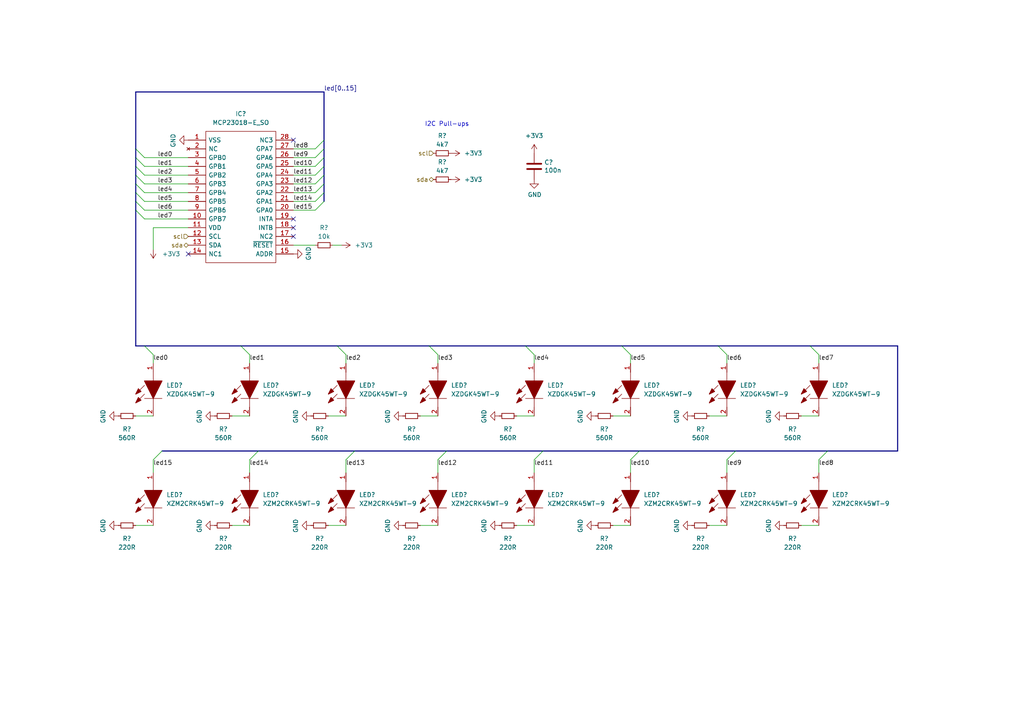
<source format=kicad_sch>
(kicad_sch (version 20211123) (generator eeschema)
  (paper "A4")
  (lib_symbols
    (symbol "Device:C" (pin_numbers hide) (pin_names (offset 0.254))
      (property "Reference" "C" (at 0.635 2.54 0))
      (property "Value" "C" (at 0.635 -2.54 0))
      (symbol "C_0_1"
        (polyline (pts (xy -2.032 -0.762) (xy 2.032 -0.762)) (stroke (width 0.508)))
        (polyline (pts (xy -2.032 0.762) (xy 2.032 0.762)) (stroke (width 0.508)))
      )
      (symbol "C_1_1"
        (pin passive line (at 0 3.81 270) (length 2.794) (name "~") (number "1"))
        (pin passive line (at 0 -3.81 90) (length 2.794) (name "~") (number "2"))
      )
    )
    (symbol "Device:R_Small" (pin_numbers hide) (pin_names (offset 0.254) hide)
      (property "Reference" "R" (at 0.762 0.508 0))
      (property "Value" "R_Small" (at 0.762 -1.016 0))
      (symbol "R_Small_0_1"
        (rectangle (start -0.762 1.778) (end 0.762 -1.778) (stroke (width 0.2032)))
      )
      (symbol "R_Small_1_1"
        (pin passive line (at 0 2.54 270) (length 0.762) (name "~") (number "1"))
        (pin passive line (at 0 -2.54 90) (length 0.762) (name "~") (number "2"))
      )
    )
    (symbol "MCP23018-E_SO:MCP23018-E_SO" (pin_names (offset 0.762))
      (property "Reference" "IC" (at 26.67 7.62 0))
      (property "Value" "MCP23018-E_SO" (at 26.67 5.08 0))
      (symbol "MCP23018-E_SO_0_0"
        (pin passive line (at 0 0 0) (length 5.08) (name "VSS") (number "1"))
        (pin passive line (at 0 -22.86 0) (length 5.08) (name "GPB7") (number "10"))
        (pin passive line (at 0 -25.4 0) (length 5.08) (name "VDD") (number "11"))
        (pin passive line (at 0 -27.94 0) (length 5.08) (name "SCL") (number "12"))
        (pin passive line (at 0 -30.48 0) (length 5.08) (name "SDA") (number "13"))
        (pin passive line (at 0 -33.02 0) (length 5.08) (name "NC1") (number "14"))
        (pin passive line (at 30.48 -33.02 180) (length 5.08) (name "ADDR") (number "15"))
        (pin passive line (at 30.48 -30.48 180) (length 5.08) (name "~{RESET}") (number "16"))
        (pin passive line (at 30.48 -27.94 180) (length 5.08) (name "NC2") (number "17"))
        (pin passive line (at 30.48 -25.4 180) (length 5.08) (name "INTB") (number "18"))
        (pin passive line (at 30.48 -22.86 180) (length 5.08) (name "INTA") (number "19"))
        (pin no_connect line (at 0 -2.54 0) (length 5.08) (name "NC") (number "2"))
        (pin passive line (at 30.48 -20.32 180) (length 5.08) (name "GPA0") (number "20"))
        (pin passive line (at 30.48 -17.78 180) (length 5.08) (name "GPA1") (number "21"))
        (pin passive line (at 30.48 -15.24 180) (length 5.08) (name "GPA2") (number "22"))
        (pin passive line (at 30.48 -12.7 180) (length 5.08) (name "GPA3") (number "23"))
        (pin passive line (at 30.48 -10.16 180) (length 5.08) (name "GPA4") (number "24"))
        (pin passive line (at 30.48 -7.62 180) (length 5.08) (name "GPA5") (number "25"))
        (pin passive line (at 30.48 -5.08 180) (length 5.08) (name "GPA6") (number "26"))
        (pin passive line (at 30.48 -2.54 180) (length 5.08) (name "GPA7") (number "27"))
        (pin passive line (at 30.48 0 180) (length 5.08) (name "NC3") (number "28"))
        (pin passive line (at 0 -5.08 0) (length 5.08) (name "GPB0") (number "3"))
        (pin passive line (at 0 -7.62 0) (length 5.08) (name "GPB1") (number "4"))
        (pin passive line (at 0 -10.16 0) (length 5.08) (name "GPB2") (number "5"))
        (pin passive line (at 0 -12.7 0) (length 5.08) (name "GPB3") (number "6"))
        (pin passive line (at 0 -15.24 0) (length 5.08) (name "GPB4") (number "7"))
        (pin passive line (at 0 -17.78 0) (length 5.08) (name "GPB5") (number "8"))
        (pin passive line (at 0 -20.32 0) (length 5.08) (name "GPB6") (number "9"))
      )
      (symbol "MCP23018-E_SO_0_1"
        (polyline (pts (xy 5.08 2.54) (xy 25.4 2.54) (xy 25.4 -35.56) (xy 5.08 -35.56) (xy 5.08 2.54)) (stroke (width 0.1524)))
      )
    )
    (symbol "XZMYK45WT-9:XZMYK45WT-9" (pin_names (offset 0.762))
      (property "Reference" "LED" (at 12.7 8.89 0))
      (property "Value" "XZMYK45WT-9" (at 12.7 6.35 0))
      (symbol "XZMYK45WT-9_0_0"
        (pin passive line (at 15.24 0 180) (length 2.54) (name "~") (number "1"))
        (pin passive line (at 0 0 0) (length 2.54) (name "~") (number "2"))
      )
      (symbol "XZMYK45WT-9_0_1"
        (polyline (pts (xy 2.54 0) (xy 5.08 0)) (stroke (width 0.1524)))
        (polyline (pts (xy 5.08 2.54) (xy 5.08 -2.54)) (stroke (width 0.1524)))
        (polyline (pts (xy 6.35 2.54) (xy 3.81 5.08)) (stroke (width 0.1524)))
        (polyline (pts (xy 8.89 2.54) (xy 6.35 5.08)) (stroke (width 0.1524)))
        (polyline (pts (xy 10.16 0) (xy 12.7 0)) (stroke (width 0.1524)))
        (polyline (pts (xy 5.08 0) (xy 10.16 2.54) (xy 10.16 -2.54) (xy 5.08 0)) (stroke (width 0.254)) (fill (type outline)))
        (polyline (pts (xy 5.334 4.318) (xy 4.572 3.556) (xy 3.81 5.08) (xy 5.334 4.318)) (stroke (width 0.254)) (fill (type outline)))
        (polyline (pts (xy 7.874 4.318) (xy 7.112 3.556) (xy 6.35 5.08) (xy 7.874 4.318)) (stroke (width 0.254)) (fill (type outline)))
      )
    )
    (symbol "power:+3V3" (power) (pin_names (offset 0))
      (property "Value" "+3V3" (at 0 3.556 0))
      (symbol "+3V3_0_1"
        (polyline (pts (xy -0.762 1.27) (xy 0 2.54)))
        (polyline (pts (xy 0 0) (xy 0 2.54)))
        (polyline (pts (xy 0 2.54) (xy 0.762 1.27)))
      )
      (symbol "+3V3_1_1"
        (pin power_in line (at 0 0 90) (length 0) hide (name "+3V3") (number "1"))
      )
    )
    (symbol "power:GND" (power) (pin_names (offset 0))
      (property "Value" "GND" (at 0 -3.81 0))
      (symbol "GND_0_1"
        (polyline (pts (xy 0 0) (xy 0 -1.27) (xy 1.27 -1.27) (xy 0 -2.54) (xy -1.27 -1.27) (xy 0 -1.27)))
      )
      (symbol "GND_1_1"
        (pin power_in line (at 0 0 270) (length 0) hide (name "GND") (number "1"))
      )
    )
  )
  (no_connect (at 85.09 40.64))
  (no_connect (at 54.61 73.66))
  (no_connect (at 85.09 68.58))
  (no_connect (at 85.09 63.5))
  (no_connect (at 85.09 66.04))
  (bus_entry (at 91.44 58.42) (size 2.54 -2.54))
  (bus_entry (at 91.44 55.88) (size 2.54 -2.54))
  (bus_entry (at 91.44 60.96) (size 2.54 -2.54))
  (bus_entry (at 91.44 53.34) (size 2.54 -2.54))
  (bus_entry (at 91.44 43.18) (size 2.54 -2.54))
  (bus_entry (at 91.44 50.8) (size 2.54 -2.54))
  (bus_entry (at 91.44 45.72) (size 2.54 -2.54))
  (bus_entry (at 91.44 48.26) (size 2.54 -2.54))
  (bus_entry (at 39.37 43.18) (size 2.54 2.54))
  (bus_entry (at 39.37 55.88) (size 2.54 2.54))
  (bus_entry (at 39.37 53.34) (size 2.54 2.54))
  (bus_entry (at 39.37 50.8) (size 2.54 2.54))
  (bus_entry (at 39.37 58.42) (size 2.54 2.54))
  (bus_entry (at 39.37 60.96) (size 2.54 2.54))
  (bus_entry (at 39.37 45.72) (size 2.54 2.54))
  (bus_entry (at 39.37 48.26) (size 2.54 2.54))
  (bus_entry (at 69.85 100.33) (size 2.54 2.54))
  (bus_entry (at 41.91 100.33) (size 2.54 2.54))
  (bus_entry (at 152.4 100.33) (size 2.54 2.54))
  (bus_entry (at 124.46 100.33) (size 2.54 2.54))
  (bus_entry (at 97.79 100.33) (size 2.54 2.54))
  (bus_entry (at 180.34 100.33) (size 2.54 2.54))
  (bus_entry (at 208.28 100.33) (size 2.54 2.54))
  (bus_entry (at 234.95 100.33) (size 2.54 2.54))
  (bus_entry (at 72.39 133.35) (size 2.54 -2.54))
  (bus_entry (at 44.45 133.35) (size 2.54 -2.54))
  (bus_entry (at 127 133.35) (size 2.54 -2.54))
  (bus_entry (at 154.94 133.35) (size 2.54 -2.54))
  (bus_entry (at 100.33 133.35) (size 2.54 -2.54))
  (bus_entry (at 210.82 133.35) (size 2.54 -2.54))
  (bus_entry (at 237.49 133.35) (size 2.54 -2.54))
  (bus_entry (at 182.88 133.35) (size 2.54 -2.54))
  (wire (pts (xy 210.82 133.35) (xy 210.82 137.16)))
  (wire (pts (xy 41.91 60.96) (xy 54.61 60.96)))
  (bus (pts (xy 39.37 53.34) (xy 39.37 55.88)))
  (bus (pts (xy 93.98 48.26) (xy 93.98 50.8)))
  (wire (pts (xy 41.91 45.72) (xy 54.61 45.72)))
  (wire (pts (xy 95.25 152.4) (xy 100.33 152.4)))
  (wire (pts (xy 39.37 152.4) (xy 44.45 152.4)))
  (wire (pts (xy 95.25 120.65) (xy 100.33 120.65)))
  (bus (pts (xy 46.99 130.81) (xy 74.93 130.81)))
  (bus (pts (xy 129.54 130.81) (xy 157.48 130.81)))
  (wire (pts (xy 85.09 71.12) (xy 91.44 71.12)))
  (wire (pts (xy 210.82 102.87) (xy 210.82 105.41)))
  (bus (pts (xy 234.95 100.33) (xy 260.35 100.33)))
  (wire (pts (xy 85.09 58.42) (xy 91.44 58.42)))
  (wire (pts (xy 121.92 120.65) (xy 127 120.65)))
  (wire (pts (xy 72.39 102.87) (xy 72.39 105.41)))
  (bus (pts (xy 93.98 53.34) (xy 93.98 55.88)))
  (bus (pts (xy 213.36 130.81) (xy 240.03 130.81)))
  (wire (pts (xy 41.91 53.34) (xy 54.61 53.34)))
  (bus (pts (xy 93.98 55.88) (xy 93.98 58.42)))
  (wire (pts (xy 44.45 102.87) (xy 44.45 105.41)))
  (wire (pts (xy 232.41 120.65) (xy 237.49 120.65)))
  (bus (pts (xy 93.98 43.18) (xy 93.98 45.72)))
  (bus (pts (xy 260.35 100.33) (xy 260.35 130.81)))
  (wire (pts (xy 182.88 133.35) (xy 182.88 137.16)))
  (wire (pts (xy 237.49 133.35) (xy 237.49 137.16)))
  (wire (pts (xy 41.91 50.8) (xy 54.61 50.8)))
  (wire (pts (xy 237.49 102.87) (xy 237.49 105.41)))
  (wire (pts (xy 85.09 50.8) (xy 91.44 50.8)))
  (bus (pts (xy 39.37 26.67) (xy 93.98 26.67)))
  (wire (pts (xy 67.31 152.4) (xy 72.39 152.4)))
  (wire (pts (xy 177.8 120.65) (xy 182.88 120.65)))
  (wire (pts (xy 100.33 133.35) (xy 100.33 137.16)))
  (wire (pts (xy 41.91 58.42) (xy 54.61 58.42)))
  (bus (pts (xy 39.37 26.67) (xy 39.37 43.18)))
  (bus (pts (xy 39.37 48.26) (xy 39.37 50.8)))
  (bus (pts (xy 93.98 40.64) (xy 93.98 43.18)))
  (bus (pts (xy 41.91 100.33) (xy 69.85 100.33)))
  (bus (pts (xy 97.79 100.33) (xy 124.46 100.33)))
  (wire (pts (xy 205.74 152.4) (xy 210.82 152.4)))
  (wire (pts (xy 39.37 120.65) (xy 44.45 120.65)))
  (bus (pts (xy 39.37 58.42) (xy 39.37 60.96)))
  (bus (pts (xy 93.98 26.67) (xy 93.98 40.64)))
  (bus (pts (xy 39.37 43.18) (xy 39.37 45.72)))
  (wire (pts (xy 44.45 66.04) (xy 54.61 66.04)))
  (wire (pts (xy 154.94 133.35) (xy 154.94 137.16)))
  (bus (pts (xy 39.37 55.88) (xy 39.37 58.42)))
  (bus (pts (xy 124.46 100.33) (xy 152.4 100.33)))
  (wire (pts (xy 149.86 120.65) (xy 154.94 120.65)))
  (wire (pts (xy 127 133.35) (xy 127 137.16)))
  (bus (pts (xy 69.85 100.33) (xy 97.79 100.33)))
  (bus (pts (xy 152.4 100.33) (xy 180.34 100.33)))
  (wire (pts (xy 85.09 45.72) (xy 91.44 45.72)))
  (wire (pts (xy 41.91 55.88) (xy 54.61 55.88)))
  (wire (pts (xy 154.94 102.87) (xy 154.94 105.41)))
  (wire (pts (xy 182.88 102.87) (xy 182.88 105.41)))
  (bus (pts (xy 93.98 50.8) (xy 93.98 53.34)))
  (wire (pts (xy 44.45 133.35) (xy 44.45 137.16)))
  (wire (pts (xy 44.45 72.39) (xy 44.45 66.04)))
  (bus (pts (xy 208.28 100.33) (xy 234.95 100.33)))
  (wire (pts (xy 85.09 60.96) (xy 91.44 60.96)))
  (bus (pts (xy 93.98 45.72) (xy 93.98 48.26)))
  (wire (pts (xy 67.31 120.65) (xy 72.39 120.65)))
  (bus (pts (xy 240.03 130.81) (xy 260.35 130.81)))
  (wire (pts (xy 41.91 48.26) (xy 54.61 48.26)))
  (bus (pts (xy 185.42 130.81) (xy 213.36 130.81)))
  (wire (pts (xy 100.33 102.87) (xy 100.33 105.41)))
  (bus (pts (xy 39.37 50.8) (xy 39.37 53.34)))
  (wire (pts (xy 41.91 63.5) (xy 54.61 63.5)))
  (wire (pts (xy 232.41 152.4) (xy 237.49 152.4)))
  (wire (pts (xy 205.74 120.65) (xy 210.82 120.65)))
  (bus (pts (xy 39.37 100.33) (xy 41.91 100.33)))
  (wire (pts (xy 85.09 53.34) (xy 91.44 53.34)))
  (bus (pts (xy 180.34 100.33) (xy 208.28 100.33)))
  (wire (pts (xy 85.09 55.88) (xy 91.44 55.88)))
  (bus (pts (xy 157.48 130.81) (xy 185.42 130.81)))
  (wire (pts (xy 127 102.87) (xy 127 105.41)))
  (wire (pts (xy 121.92 152.4) (xy 127 152.4)))
  (wire (pts (xy 96.52 71.12) (xy 99.06 71.12)))
  (bus (pts (xy 39.37 60.96) (xy 39.37 100.33)))
  (wire (pts (xy 177.8 152.4) (xy 182.88 152.4)))
  (wire (pts (xy 85.09 48.26) (xy 91.44 48.26)))
  (wire (pts (xy 72.39 133.35) (xy 72.39 137.16)))
  (bus (pts (xy 39.37 45.72) (xy 39.37 48.26)))
  (bus (pts (xy 102.87 130.81) (xy 129.54 130.81)))
  (bus (pts (xy 74.93 130.81) (xy 102.87 130.81)))
  (wire (pts (xy 85.09 43.18) (xy 91.44 43.18)))
  (wire (pts (xy 149.86 152.4) (xy 154.94 152.4)))
  (text "I2C Pull-ups" (at 123.19 36.83 0) (effects (font (size 1.27 1.27)) (justify left bottom)))
  (label "led15" (at 85.09 60.96 0))
  (label "led5" (at 45.72 58.42 0))
  (label "led0" (at 44.45 104.775 0))
  (label "led1" (at 72.39 104.775 0))
  (label "led11" (at 85.09 50.8 0))
  (label "led13" (at 85.09 55.88 0))
  (label "led3" (at 45.72 53.34 0))
  (label "led6" (at 45.72 60.96 0))
  (label "led6" (at 210.82 104.775 0))
  (label "led11" (at 154.94 135.255 0))
  (label "led15" (at 44.45 135.255 0))
  (label "led5" (at 182.88 104.775 0))
  (label "led10" (at 182.88 135.255 0))
  (label "led4" (at 45.72 55.88 0))
  (label "led12" (at 85.09 53.34 0))
  (label "led7" (at 237.49 104.775 0))
  (label "led9" (at 210.82 135.255 0))
  (label "led0" (at 45.72 45.72 0))
  (label "led13" (at 100.33 135.255 0))
  (label "led1" (at 45.72 48.26 0))
  (label "led2" (at 45.72 50.8 0))
  (label "led2" (at 100.33 104.775 0))
  (label "led8" (at 85.09 43.18 0))
  (label "led4" (at 154.94 104.775 0))
  (label "led14" (at 72.39 135.255 0))
  (label "led8" (at 237.49 135.255 0))
  (label "led[0..15]" (at 93.98 26.67 0))
  (label "led14" (at 85.09 58.42 0))
  (label "led3" (at 127 104.775 0))
  (label "led7" (at 45.72 63.5 0))
  (label "led9" (at 85.09 45.72 0))
  (label "led10" (at 85.09 48.26 0))
  (label "led12" (at 127 135.255 0))
  (hierarchical_label "scl" (shape input) (at 125.73 44.45 180))
  (hierarchical_label "scl" (shape input) (at 54.61 68.58 180))
  (hierarchical_label "sda" (shape bidirectional) (at 125.73 52.07 180))
  (hierarchical_label "sda" (shape bidirectional) (at 54.61 71.12 180))
  (symbol (lib_id "Device:R_Small") (at 93.98 71.12 270) (unit 1)
    (property "Reference" "R?" (at 93.98 66.04 90))
    (property "Value" "10k" (at 93.98 68.58 90))
  )
  (symbol (lib_id "XZMYK45WT-9:XZMYK45WT-9") (at 237.49 120.65 90) (unit 1)
    (property "Reference" "LED?" (at 241.3 111.7599 90) (effects (justify right)))
    (property "Value" "XZDGK45WT-9" (at 241.3 114.2999 90) (effects (justify right)))
    (property "Footprint" "XZMYK45WT9" (effects hide))
    (property "Datasheet" "https://www.sunledusa.com/products/spec/XZMDK45WT-9.pdf" (effects hide))
    (property "Description" "LED YELLOW CLEAR 2PLCC SMD" (effects hide))
    (property "Height" "2.15" (effects hide))
    (property "Manufacturer_Name" "SunLED" (effects hide))
    (property "Manufacturer_Part_Number" "XZMYK45WT-9" (effects hide))
  )
  (symbol (lib_id "Device:R_Small") (at 119.38 120.65 270) (unit 1)
    (property "Reference" "R?" (at 119.38 124.46 90))
    (property "Value" "560R" (at 119.38 127 90))
  )
  (symbol (lib_id "XZMYK45WT-9:XZMYK45WT-9") (at 127 152.4 90) (unit 1)
    (property "Reference" "LED?" (at 130.81 143.5099 90) (effects (justify right)))
    (property "Value" "XZM2CRK45WT-9" (at 130.81 146.0499 90) (effects (justify right)))
    (property "Footprint" "XZMYK45WT9" (effects hide))
    (property "Datasheet" "https://www.sunledusa.com/products/spec/XZMDK45WT-9.pdf" (effects hide))
    (property "Description" "LED YELLOW CLEAR 2PLCC SMD" (effects hide))
    (property "Height" "2.15" (effects hide))
    (property "Manufacturer_Name" "SunLED" (effects hide))
    (property "Manufacturer_Part_Number" "XZMYK45WT-9" (effects hide))
  )
  (symbol (lib_id "power:GND") (at 227.33 152.4 270) (unit 1)
    (property "Reference" "#PWR0148" (effects hide))
    (property "Value" "GND" (at 222.9358 152.527 0))
  )
  (symbol (lib_id "Device:R_Small") (at 203.2 152.4 270) (unit 1)
    (property "Reference" "R?" (at 203.2 156.21 90))
    (property "Value" "220R" (at 203.2 158.75 90))
  )
  (symbol (lib_id "power:+3V3") (at 130.81 44.45 270) (unit 1)
    (property "Reference" "#PWR0151" (effects hide))
    (property "Value" "+3V3" (at 134.62 44.4499 90) (effects (justify left)))
  )
  (symbol (lib_id "power:GND") (at 54.61 40.64 270) (unit 1)
    (property "Reference" "#PWR0136" (effects hide))
    (property "Value" "GND" (at 50.2158 40.767 0))
  )
  (symbol (lib_id "power:GND") (at 200.66 120.65 270) (unit 1)
    (property "Reference" "#PWR0147" (effects hide))
    (property "Value" "GND" (at 196.2658 120.777 0))
  )
  (symbol (lib_id "Device:R_Small") (at 175.26 152.4 270) (unit 1)
    (property "Reference" "R?" (at 175.26 156.21 90))
    (property "Value" "220R" (at 175.26 158.75 90))
  )
  (symbol (lib_id "Device:C") (at 154.94 48.26 0) (unit 1)
    (property "Reference" "C?" (at 157.861 47.0916 0) (effects (justify left)))
    (property "Value" "100n" (at 157.861 49.403 0) (effects (justify left)))
    (property "Footprint" "Capacitor_SMD:C_0603_1608Metric" (effects hide))
  )
  (symbol (lib_id "power:GND") (at 85.09 73.66 90) (unit 1)
    (property "Reference" "#PWR0143" (effects hide))
    (property "Value" "GND" (at 89.4842 73.533 0))
  )
  (symbol (lib_id "power:+3V3") (at 99.06 71.12 270) (unit 1)
    (property "Reference" "#PWR0153" (effects hide))
    (property "Value" "+3V3" (at 102.87 71.1199 90) (effects (justify left)))
  )
  (symbol (lib_id "Device:R_Small") (at 128.27 52.07 270) (unit 1)
    (property "Reference" "R?" (at 128.27 46.99 90))
    (property "Value" "4k7" (at 128.27 49.53 90))
  )
  (symbol (lib_id "power:+3V3") (at 44.45 72.39 180) (unit 1)
    (property "Reference" "#PWR0144" (effects hide))
    (property "Value" "+3V3" (at 46.99 73.6599 0) (effects (justify right)))
  )
  (symbol (lib_id "Device:R_Small") (at 36.83 152.4 270) (unit 1)
    (property "Reference" "R?" (at 36.83 156.21 90))
    (property "Value" "220R" (at 36.83 158.75 90))
  )
  (symbol (lib_id "XZMYK45WT-9:XZMYK45WT-9") (at 44.45 120.65 90) (unit 1)
    (property "Reference" "LED?" (at 48.26 111.7599 90) (effects (justify right)))
    (property "Value" "XZDGK45WT-9" (at 48.26 114.2999 90) (effects (justify right)))
    (property "Footprint" "XZMYK45WT9" (effects hide))
    (property "Datasheet" "https://www.sunledusa.com/products/spec/XZMDK45WT-9.pdf" (effects hide))
    (property "Description" "LED YELLOW CLEAR 2PLCC SMD" (effects hide))
    (property "Height" "2.15" (effects hide))
    (property "Manufacturer_Name" "SunLED" (effects hide))
    (property "Manufacturer_Part_Number" "XZMYK45WT-9" (effects hide))
  )
  (symbol (lib_id "XZMYK45WT-9:XZMYK45WT-9") (at 100.33 152.4 90) (unit 1)
    (property "Reference" "LED?" (at 104.14 143.5099 90) (effects (justify right)))
    (property "Value" "XZM2CRK45WT-9" (at 104.14 146.0499 90) (effects (justify right)))
    (property "Footprint" "XZMYK45WT9" (effects hide))
    (property "Datasheet" "https://www.sunledusa.com/products/spec/XZMDK45WT-9.pdf" (effects hide))
    (property "Description" "LED YELLOW CLEAR 2PLCC SMD" (effects hide))
    (property "Height" "2.15" (effects hide))
    (property "Manufacturer_Name" "SunLED" (effects hide))
    (property "Manufacturer_Part_Number" "XZMYK45WT-9" (effects hide))
  )
  (symbol (lib_id "Device:R_Small") (at 92.71 120.65 270) (unit 1)
    (property "Reference" "R?" (at 92.71 124.46 90))
    (property "Value" "560R" (at 92.71 127 90))
  )
  (symbol (lib_id "Device:R_Small") (at 128.27 44.45 270) (unit 1)
    (property "Reference" "R?" (at 128.27 39.37 90))
    (property "Value" "4k7" (at 128.27 41.91 90))
  )
  (symbol (lib_id "power:+3V3") (at 154.94 44.45 0) (unit 1)
    (property "Reference" "#PWR0149" (effects hide))
    (property "Value" "+3V3" (at 154.94 39.37 0))
  )
  (symbol (lib_id "Device:R_Small") (at 203.2 120.65 270) (unit 1)
    (property "Reference" "R?" (at 203.2 124.46 90))
    (property "Value" "560R" (at 203.2 127 90))
  )
  (symbol (lib_id "power:GND") (at 144.78 152.4 270) (unit 1)
    (property "Reference" "#PWR0139" (effects hide))
    (property "Value" "GND" (at 140.3858 152.527 0))
  )
  (symbol (lib_id "XZMYK45WT-9:XZMYK45WT-9") (at 72.39 120.65 90) (unit 1)
    (property "Reference" "LED?" (at 76.2 111.7599 90) (effects (justify right)))
    (property "Value" "XZDGK45WT-9" (at 76.2 114.2999 90) (effects (justify right)))
    (property "Footprint" "XZMYK45WT9" (effects hide))
    (property "Datasheet" "https://www.sunledusa.com/products/spec/XZMDK45WT-9.pdf" (effects hide))
    (property "Description" "LED YELLOW CLEAR 2PLCC SMD" (effects hide))
    (property "Height" "2.15" (effects hide))
    (property "Manufacturer_Name" "SunLED" (effects hide))
    (property "Manufacturer_Part_Number" "XZMYK45WT-9" (effects hide))
  )
  (symbol (lib_id "XZMYK45WT-9:XZMYK45WT-9") (at 44.45 152.4 90) (unit 1)
    (property "Reference" "LED?" (at 48.26 143.5099 90) (effects (justify right)))
    (property "Value" "XZM2CRK45WT-9" (at 48.26 146.0499 90) (effects (justify right)))
    (property "Footprint" "XZMYK45WT9" (effects hide))
    (property "Datasheet" "https://www.sunledusa.com/products/spec/XZMDK45WT-9.pdf" (effects hide))
    (property "Description" "LED YELLOW CLEAR 2PLCC SMD" (effects hide))
    (property "Height" "2.15" (effects hide))
    (property "Manufacturer_Name" "SunLED" (effects hide))
    (property "Manufacturer_Part_Number" "XZMYK45WT-9" (effects hide))
  )
  (symbol (lib_id "power:GND") (at 34.29 120.65 270) (unit 1)
    (property "Reference" "#PWR0156" (effects hide))
    (property "Value" "GND" (at 29.8958 120.777 0))
  )
  (symbol (lib_id "Device:R_Small") (at 147.32 152.4 270) (unit 1)
    (property "Reference" "R?" (at 147.32 156.21 90))
    (property "Value" "220R" (at 147.32 158.75 90))
  )
  (symbol (lib_id "power:GND") (at 62.23 120.65 270) (unit 1)
    (property "Reference" "#PWR0154" (effects hide))
    (property "Value" "GND" (at 57.8358 120.777 0))
  )
  (symbol (lib_id "XZMYK45WT-9:XZMYK45WT-9") (at 182.88 120.65 90) (unit 1)
    (property "Reference" "LED?" (at 186.69 111.7599 90) (effects (justify right)))
    (property "Value" "XZDGK45WT-9" (at 186.69 114.2999 90) (effects (justify right)))
    (property "Footprint" "XZMYK45WT9" (effects hide))
    (property "Datasheet" "https://www.sunledusa.com/products/spec/XZMDK45WT-9.pdf" (effects hide))
    (property "Description" "LED YELLOW CLEAR 2PLCC SMD" (effects hide))
    (property "Height" "2.15" (effects hide))
    (property "Manufacturer_Name" "SunLED" (effects hide))
    (property "Manufacturer_Part_Number" "XZMYK45WT-9" (effects hide))
  )
  (symbol (lib_id "XZMYK45WT-9:XZMYK45WT-9") (at 154.94 152.4 90) (unit 1)
    (property "Reference" "LED?" (at 158.75 143.5099 90) (effects (justify right)))
    (property "Value" "XZM2CRK45WT-9" (at 158.75 146.0499 90) (effects (justify right)))
    (property "Footprint" "XZMYK45WT9" (effects hide))
    (property "Datasheet" "https://www.sunledusa.com/products/spec/XZMDK45WT-9.pdf" (effects hide))
    (property "Description" "LED YELLOW CLEAR 2PLCC SMD" (effects hide))
    (property "Height" "2.15" (effects hide))
    (property "Manufacturer_Name" "SunLED" (effects hide))
    (property "Manufacturer_Part_Number" "XZMYK45WT-9" (effects hide))
  )
  (symbol (lib_id "power:GND") (at 62.23 152.4 270) (unit 1)
    (property "Reference" "#PWR0155" (effects hide))
    (property "Value" "GND" (at 57.8358 152.527 0))
  )
  (symbol (lib_id "XZMYK45WT-9:XZMYK45WT-9") (at 127 120.65 90) (unit 1)
    (property "Reference" "LED?" (at 130.81 111.7599 90) (effects (justify right)))
    (property "Value" "XZDGK45WT-9" (at 130.81 114.2999 90) (effects (justify right)))
    (property "Footprint" "XZMYK45WT9" (effects hide))
    (property "Datasheet" "https://www.sunledusa.com/products/spec/XZMDK45WT-9.pdf" (effects hide))
    (property "Description" "LED YELLOW CLEAR 2PLCC SMD" (effects hide))
    (property "Height" "2.15" (effects hide))
    (property "Manufacturer_Name" "SunLED" (effects hide))
    (property "Manufacturer_Part_Number" "XZMYK45WT-9" (effects hide))
  )
  (symbol (lib_id "XZMYK45WT-9:XZMYK45WT-9") (at 154.94 120.65 90) (unit 1)
    (property "Reference" "LED?" (at 158.75 111.7599 90) (effects (justify right)))
    (property "Value" "XZDGK45WT-9" (at 158.75 114.2999 90) (effects (justify right)))
    (property "Footprint" "XZMYK45WT9" (effects hide))
    (property "Datasheet" "https://www.sunledusa.com/products/spec/XZMDK45WT-9.pdf" (effects hide))
    (property "Description" "LED YELLOW CLEAR 2PLCC SMD" (effects hide))
    (property "Height" "2.15" (effects hide))
    (property "Manufacturer_Name" "SunLED" (effects hide))
    (property "Manufacturer_Part_Number" "XZMYK45WT-9" (effects hide))
  )
  (symbol (lib_id "power:GND") (at 227.33 120.65 270) (unit 1)
    (property "Reference" "#PWR0145" (effects hide))
    (property "Value" "GND" (at 222.9358 120.777 0))
  )
  (symbol (lib_id "power:+3V3") (at 130.81 52.07 270) (unit 1)
    (property "Reference" "#PWR0150" (effects hide))
    (property "Value" "+3V3" (at 134.62 52.0699 90) (effects (justify left)))
  )
  (symbol (lib_id "Device:R_Small") (at 147.32 120.65 270) (unit 1)
    (property "Reference" "R?" (at 147.32 124.46 90))
    (property "Value" "560R" (at 147.32 127 90))
  )
  (symbol (lib_id "Device:R_Small") (at 36.83 120.65 270) (unit 1)
    (property "Reference" "R?" (at 36.83 124.46 90))
    (property "Value" "560R" (at 36.83 127 90))
  )
  (symbol (lib_id "Device:R_Small") (at 64.77 152.4 270) (unit 1)
    (property "Reference" "R?" (at 64.77 156.21 90))
    (property "Value" "220R" (at 64.77 158.75 90))
  )
  (symbol (lib_id "power:GND") (at 172.72 152.4 270) (unit 1)
    (property "Reference" "#PWR0140" (effects hide))
    (property "Value" "GND" (at 168.3258 152.527 0))
  )
  (symbol (lib_id "power:GND") (at 144.78 120.65 270) (unit 1)
    (property "Reference" "#PWR0137" (effects hide))
    (property "Value" "GND" (at 140.3858 120.777 0))
  )
  (symbol (lib_id "power:GND") (at 116.84 120.65 270) (unit 1)
    (property "Reference" "#PWR0142" (effects hide))
    (property "Value" "GND" (at 112.4458 120.777 0))
  )
  (symbol (lib_id "Device:R_Small") (at 64.77 120.65 270) (unit 1)
    (property "Reference" "R?" (at 64.77 124.46 90))
    (property "Value" "560R" (at 64.77 127 90))
  )
  (symbol (lib_id "XZMYK45WT-9:XZMYK45WT-9") (at 237.49 152.4 90) (unit 1)
    (property "Reference" "LED?" (at 241.3 143.5099 90) (effects (justify right)))
    (property "Value" "XZM2CRK45WT-9" (at 241.3 146.0499 90) (effects (justify right)))
    (property "Footprint" "XZMYK45WT9" (effects hide))
    (property "Datasheet" "https://www.sunledusa.com/products/spec/XZMDK45WT-9.pdf" (effects hide))
    (property "Description" "LED YELLOW CLEAR 2PLCC SMD" (effects hide))
    (property "Height" "2.15" (effects hide))
    (property "Manufacturer_Name" "SunLED" (effects hide))
    (property "Manufacturer_Part_Number" "XZMYK45WT-9" (effects hide))
  )
  (symbol (lib_id "power:GND") (at 90.17 152.4 270) (unit 1)
    (property "Reference" "#PWR0158" (effects hide))
    (property "Value" "GND" (at 85.7758 152.527 0))
  )
  (symbol (lib_id "MCP23018-E_SO:MCP23018-E_SO") (at 54.61 40.64 0) (unit 1)
    (property "Reference" "IC?" (at 69.85 33.02 0))
    (property "Value" "MCP23018-E_SO" (at 69.85 35.56 0))
    (property "Footprint" "SOIC127P1030X265-28N" (effects hide))
    (property "Datasheet" "https://datasheet.datasheetarchive.com/originals/distributors/SFDatasheet-7/sf-000145813.pdf" (effects hide))
    (property "Description" "I/O Expander 16Bit I2C Open-Drain SOIC28" (effects hide))
    (property "Height" "2.65" (effects hide))
    (property "Manufacturer_Name" "Microchip" (effects hide))
    (property "Manufacturer_Part_Number" "MCP23018-E/SO" (effects hide))
    (property "Mouser Part Number" "579-MCP23018-E/SO" (effects hide))
    (property "Mouser Price/Stock" "https://www.mouser.co.uk/ProductDetail/Microchip-Technology/MCP23018-E-SO?qs=rTzW0HAgjYPHjirMU7d6Og%3D%3D" (effects hide))
    (property "Arrow Part Number" "MCP23018-E/SO" (effects hide))
    (property "Arrow Price/Stock" "https://www.arrow.com/en/products/mcp23018-eso/microchip-technology?region=nac" (effects hide))
  )
  (symbol (lib_id "XZMYK45WT-9:XZMYK45WT-9") (at 100.33 120.65 90) (unit 1)
    (property "Reference" "LED?" (at 104.14 111.7599 90) (effects (justify right)))
    (property "Value" "XZDGK45WT-9" (at 104.14 114.2999 90) (effects (justify right)))
    (property "Footprint" "XZMYK45WT9" (effects hide))
    (property "Datasheet" "https://www.sunledusa.com/products/spec/XZMDK45WT-9.pdf" (effects hide))
    (property "Description" "LED YELLOW CLEAR 2PLCC SMD" (effects hide))
    (property "Height" "2.15" (effects hide))
    (property "Manufacturer_Name" "SunLED" (effects hide))
    (property "Manufacturer_Part_Number" "XZMYK45WT-9" (effects hide))
  )
  (symbol (lib_id "XZMYK45WT-9:XZMYK45WT-9") (at 210.82 120.65 90) (unit 1)
    (property "Reference" "LED?" (at 214.63 111.7599 90) (effects (justify right)))
    (property "Value" "XZDGK45WT-9" (at 214.63 114.2999 90) (effects (justify right)))
    (property "Footprint" "XZMYK45WT9" (effects hide))
    (property "Datasheet" "https://www.sunledusa.com/products/spec/XZMDK45WT-9.pdf" (effects hide))
    (property "Description" "LED YELLOW CLEAR 2PLCC SMD" (effects hide))
    (property "Height" "2.15" (effects hide))
    (property "Manufacturer_Name" "SunLED" (effects hide))
    (property "Manufacturer_Part_Number" "XZMYK45WT-9" (effects hide))
  )
  (symbol (lib_id "power:GND") (at 200.66 152.4 270) (unit 1)
    (property "Reference" "#PWR0146" (effects hide))
    (property "Value" "GND" (at 196.2658 152.527 0))
  )
  (symbol (lib_id "Device:R_Small") (at 119.38 152.4 270) (unit 1)
    (property "Reference" "R?" (at 119.38 156.21 90))
    (property "Value" "220R" (at 119.38 158.75 90))
  )
  (symbol (lib_id "XZMYK45WT-9:XZMYK45WT-9") (at 182.88 152.4 90) (unit 1)
    (property "Reference" "LED?" (at 186.69 143.5099 90) (effects (justify right)))
    (property "Value" "XZM2CRK45WT-9" (at 186.69 146.0499 90) (effects (justify right)))
    (property "Footprint" "XZMYK45WT9" (effects hide))
    (property "Datasheet" "https://www.sunledusa.com/products/spec/XZMDK45WT-9.pdf" (effects hide))
    (property "Description" "LED YELLOW CLEAR 2PLCC SMD" (effects hide))
    (property "Height" "2.15" (effects hide))
    (property "Manufacturer_Name" "SunLED" (effects hide))
    (property "Manufacturer_Part_Number" "XZMYK45WT-9" (effects hide))
  )
  (symbol (lib_id "Device:R_Small") (at 92.71 152.4 270) (unit 1)
    (property "Reference" "R?" (at 92.71 156.21 90))
    (property "Value" "220R" (at 92.71 158.75 90))
  )
  (symbol (lib_id "power:GND") (at 34.29 152.4 270) (unit 1)
    (property "Reference" "#PWR0157" (effects hide))
    (property "Value" "GND" (at 29.8958 152.527 0))
  )
  (symbol (lib_id "Device:R_Small") (at 175.26 120.65 270) (unit 1)
    (property "Reference" "R?" (at 175.26 124.46 90))
    (property "Value" "560R" (at 175.26 127 90))
  )
  (symbol (lib_id "power:GND") (at 172.72 120.65 270) (unit 1)
    (property "Reference" "#PWR0138" (effects hide))
    (property "Value" "GND" (at 168.3258 120.777 0))
  )
  (symbol (lib_id "XZMYK45WT-9:XZMYK45WT-9") (at 210.82 152.4 90) (unit 1)
    (property "Reference" "LED?" (at 214.63 143.5099 90) (effects (justify right)))
    (property "Value" "XZM2CRK45WT-9" (at 214.63 146.0499 90) (effects (justify right)))
    (property "Footprint" "XZMYK45WT9" (effects hide))
    (property "Datasheet" "https://www.sunledusa.com/products/spec/XZMDK45WT-9.pdf" (effects hide))
    (property "Description" "LED YELLOW CLEAR 2PLCC SMD" (effects hide))
    (property "Height" "2.15" (effects hide))
    (property "Manufacturer_Name" "SunLED" (effects hide))
    (property "Manufacturer_Part_Number" "XZMYK45WT-9" (effects hide))
  )
  (symbol (lib_id "power:GND") (at 116.84 152.4 270) (unit 1)
    (property "Reference" "#PWR0141" (effects hide))
    (property "Value" "GND" (at 112.4458 152.527 0))
  )
  (symbol (lib_id "Device:R_Small") (at 229.87 152.4 270) (unit 1)
    (property "Reference" "R?" (at 229.87 156.21 90))
    (property "Value" "220R" (at 229.87 158.75 90))
  )
  (symbol (lib_id "Device:R_Small") (at 229.87 120.65 270) (unit 1)
    (property "Reference" "R?" (at 229.87 124.46 90))
    (property "Value" "560R" (at 229.87 127 90))
  )
  (symbol (lib_id "XZMYK45WT-9:XZMYK45WT-9") (at 72.39 152.4 90) (unit 1)
    (property "Reference" "LED?" (at 76.2 143.5099 90) (effects (justify right)))
    (property "Value" "XZM2CRK45WT-9" (at 76.2 146.0499 90) (effects (justify right)))
    (property "Footprint" "XZMYK45WT9" (effects hide))
    (property "Datasheet" "https://www.sunledusa.com/products/spec/XZMDK45WT-9.pdf" (effects hide))
    (property "Description" "LED YELLOW CLEAR 2PLCC SMD" (effects hide))
    (property "Height" "2.15" (effects hide))
    (property "Manufacturer_Name" "SunLED" (effects hide))
    (property "Manufacturer_Part_Number" "XZMYK45WT-9" (effects hide))
  )
  (symbol (lib_id "power:GND") (at 154.94 52.07 0) (unit 1)
    (property "Reference" "#PWR0152" (effects hide))
    (property "Value" "GND" (at 155.067 56.4642 0))
  )
  (symbol (lib_id "power:GND") (at 90.17 120.65 270) (unit 1)
    (property "Reference" "#PWR0159" (effects hide))
    (property "Value" "GND" (at 85.7758 120.777 0))
  )
)
</source>
